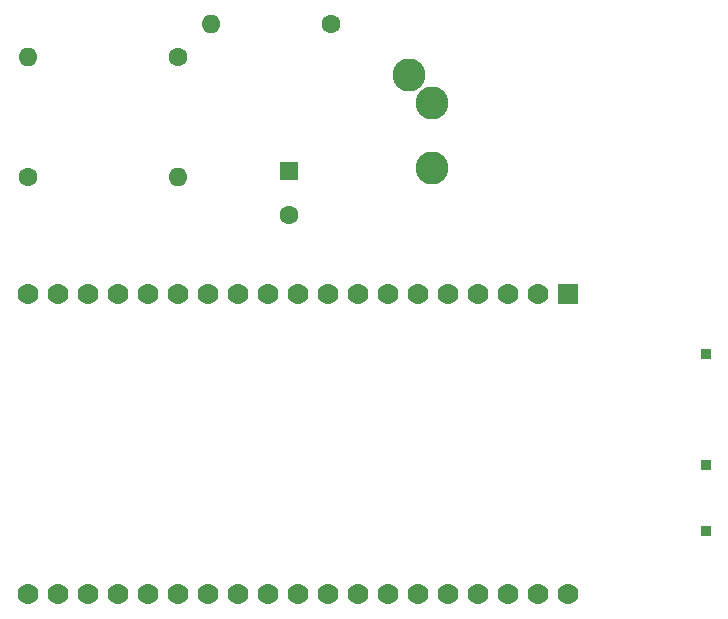
<source format=gbr>
%TF.GenerationSoftware,KiCad,Pcbnew,7.0.10*%
%TF.CreationDate,2024-02-18T04:07:48+01:00*%
%TF.ProjectId,main_board,6d61696e-5f62-46f6-9172-642e6b696361,rev?*%
%TF.SameCoordinates,Original*%
%TF.FileFunction,Soldermask,Bot*%
%TF.FilePolarity,Negative*%
%FSLAX46Y46*%
G04 Gerber Fmt 4.6, Leading zero omitted, Abs format (unit mm)*
G04 Created by KiCad (PCBNEW 7.0.10) date 2024-02-18 04:07:48*
%MOMM*%
%LPD*%
G01*
G04 APERTURE LIST*
G04 Aperture macros list*
%AMRoundRect*
0 Rectangle with rounded corners*
0 $1 Rounding radius*
0 $2 $3 $4 $5 $6 $7 $8 $9 X,Y pos of 4 corners*
0 Add a 4 corners polygon primitive as box body*
4,1,4,$2,$3,$4,$5,$6,$7,$8,$9,$2,$3,0*
0 Add four circle primitives for the rounded corners*
1,1,$1+$1,$2,$3*
1,1,$1+$1,$4,$5*
1,1,$1+$1,$6,$7*
1,1,$1+$1,$8,$9*
0 Add four rect primitives between the rounded corners*
20,1,$1+$1,$2,$3,$4,$5,0*
20,1,$1+$1,$4,$5,$6,$7,0*
20,1,$1+$1,$6,$7,$8,$9,0*
20,1,$1+$1,$8,$9,$2,$3,0*%
G04 Aperture macros list end*
%ADD10C,1.600000*%
%ADD11O,1.600000X1.600000*%
%ADD12R,0.850000X0.850000*%
%ADD13R,1.600000X1.600000*%
%ADD14C,2.800000*%
%ADD15RoundRect,0.102000X-0.780000X0.780000X-0.780000X-0.780000X0.780000X-0.780000X0.780000X0.780000X0*%
%ADD16C,1.764000*%
G04 APERTURE END LIST*
D10*
%TO.C,R3*%
X49530000Y-57404000D03*
D11*
X49530000Y-67564000D03*
%TD*%
D10*
%TO.C,R1*%
X62484000Y-54610000D03*
D11*
X52324000Y-54610000D03*
%TD*%
D10*
%TO.C,R2*%
X36830000Y-67564000D03*
D11*
X36830000Y-57404000D03*
%TD*%
D12*
%TO.C,J2*%
X94234000Y-82550000D03*
%TD*%
%TO.C,J4*%
X94234000Y-97536000D03*
%TD*%
%TO.C,J3*%
X94234000Y-91948000D03*
%TD*%
D13*
%TO.C,C1*%
X58928000Y-67031349D03*
D10*
X58928000Y-70831349D03*
%TD*%
D14*
%TO.C,J1*%
X71088000Y-66828000D03*
X69088000Y-58928000D03*
X71088000Y-61328000D03*
%TD*%
D15*
%TO.C,U1*%
X82550000Y-77470000D03*
D16*
X80010000Y-77470000D03*
X77470000Y-77470000D03*
X74930000Y-77470000D03*
X72390000Y-77470000D03*
X69850000Y-77470000D03*
X67310000Y-77470000D03*
X64770000Y-77470000D03*
X62230000Y-77470000D03*
X59690000Y-77470000D03*
X57150000Y-77470000D03*
X54610000Y-77470000D03*
X52070000Y-77470000D03*
X49530000Y-77470000D03*
X46990000Y-77470000D03*
X44450000Y-77470000D03*
X41910000Y-77470000D03*
X39370000Y-77470000D03*
X36830000Y-77470000D03*
X82550000Y-102870000D03*
X80010000Y-102870000D03*
X77470000Y-102870000D03*
X74930000Y-102870000D03*
X72390000Y-102870000D03*
X69850000Y-102870000D03*
X67310000Y-102870000D03*
X64770000Y-102870000D03*
X62230000Y-102870000D03*
X59690000Y-102870000D03*
X57150000Y-102870000D03*
X54610000Y-102870000D03*
X52070000Y-102870000D03*
X49530000Y-102870000D03*
X46990000Y-102870000D03*
X44450000Y-102870000D03*
X41910000Y-102870000D03*
X39370000Y-102870000D03*
X36830000Y-102870000D03*
%TD*%
M02*

</source>
